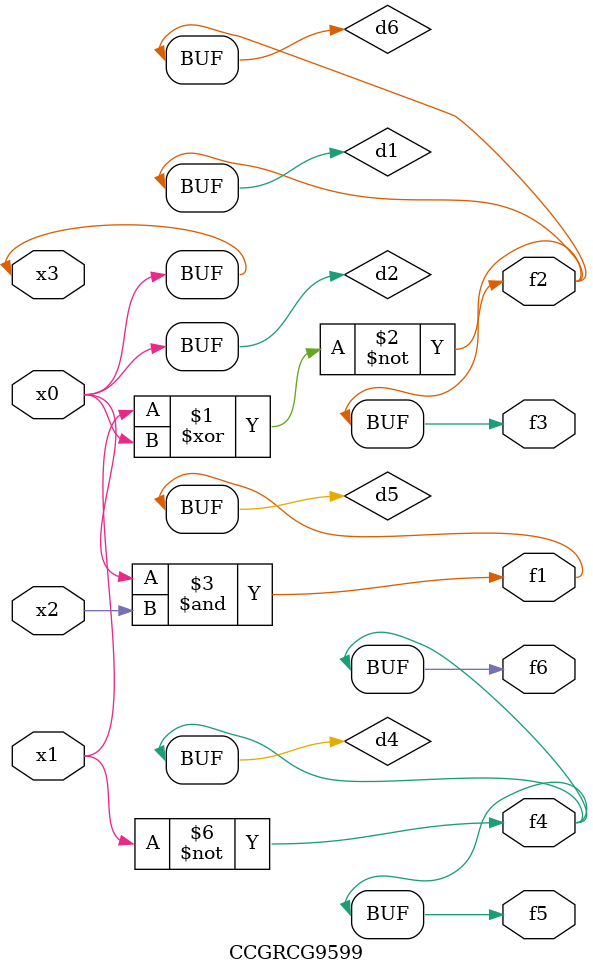
<source format=v>
module CCGRCG9599(
	input x0, x1, x2, x3,
	output f1, f2, f3, f4, f5, f6
);

	wire d1, d2, d3, d4, d5, d6;

	xnor (d1, x1, x3);
	buf (d2, x0, x3);
	nand (d3, x0, x2);
	not (d4, x1);
	nand (d5, d3);
	or (d6, d1);
	assign f1 = d5;
	assign f2 = d6;
	assign f3 = d6;
	assign f4 = d4;
	assign f5 = d4;
	assign f6 = d4;
endmodule

</source>
